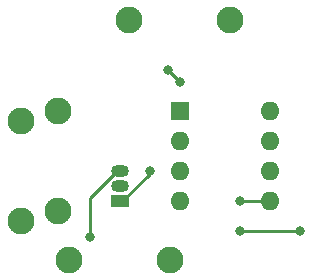
<source format=gbr>
%TF.GenerationSoftware,KiCad,Pcbnew,7.0.6-0*%
%TF.CreationDate,2023-07-26T14:31:40-04:00*%
%TF.ProjectId,Sleep_Apnea,536c6565-705f-4417-906e-65612e6b6963,rev?*%
%TF.SameCoordinates,Original*%
%TF.FileFunction,Copper,L2,Bot*%
%TF.FilePolarity,Positive*%
%FSLAX46Y46*%
G04 Gerber Fmt 4.6, Leading zero omitted, Abs format (unit mm)*
G04 Created by KiCad (PCBNEW 7.0.6-0) date 2023-07-26 14:31:40*
%MOMM*%
%LPD*%
G01*
G04 APERTURE LIST*
G04 Aperture macros list*
%AMFreePoly0*
4,1,35,0.312797,1.099367,0.509479,1.023172,0.688811,0.912134,0.844687,0.770034,0.971798,0.601712,1.065816,0.412899,1.123538,0.210026,1.143000,0.000000,1.123538,-0.210026,1.065816,-0.412899,0.971798,-0.601712,0.844687,-0.770034,0.688811,-0.912134,0.509479,-1.023172,0.312797,-1.099367,0.105463,-1.138124,-0.105463,-1.138124,-0.312797,-1.099367,-0.509479,-1.023172,-0.688811,-0.912134,
-0.844687,-0.770034,-0.971798,-0.601712,-1.065816,-0.412899,-1.123538,-0.210026,-1.143000,0.000000,-1.123538,0.210026,-1.065816,0.412899,-0.971798,0.601712,-0.844687,0.770034,-0.688811,0.912134,-0.509479,1.023172,-0.312797,1.099367,-0.105463,1.138124,0.105463,1.138124,0.312797,1.099367,0.312797,1.099367,$1*%
G04 Aperture macros list end*
%TA.AperFunction,ComponentPad*%
%ADD10FreePoly0,90.000000*%
%TD*%
%TA.AperFunction,ComponentPad*%
%ADD11FreePoly0,0.000000*%
%TD*%
%TA.AperFunction,ComponentPad*%
%ADD12R,1.600000X1.600000*%
%TD*%
%TA.AperFunction,ComponentPad*%
%ADD13O,1.600000X1.600000*%
%TD*%
%TA.AperFunction,ComponentPad*%
%ADD14R,1.500000X1.050000*%
%TD*%
%TA.AperFunction,ComponentPad*%
%ADD15O,1.500000X1.050000*%
%TD*%
%TA.AperFunction,ComponentPad*%
%ADD16FreePoly0,270.000000*%
%TD*%
%TA.AperFunction,ViaPad*%
%ADD17C,0.800000*%
%TD*%
%TA.AperFunction,Conductor*%
%ADD18C,0.250000*%
%TD*%
G04 APERTURE END LIST*
D10*
%TO.P,R4,1*%
%TO.N,Net-(U1-GND)*%
X123730000Y-110930000D03*
%TO.P,R4,2*%
%TO.N,Net-(R3-Pad2)*%
X123730000Y-102430000D03*
%TD*%
D11*
%TO.P,R1,1*%
%TO.N,Net-(Q1-E)*%
X127830000Y-114200000D03*
%TO.P,R1,2*%
%TO.N,Net-(U1-GND)*%
X136330000Y-114200000D03*
%TD*%
D12*
%TO.P,U1,1,~{RESET}/PB5*%
%TO.N,unconnected-(U1-~{RESET}{slash}PB5-Pad1)*%
X137160000Y-101600000D03*
D13*
%TO.P,U1,2,XTAL1/PB3*%
%TO.N,unconnected-(U1-XTAL1{slash}PB3-Pad2)*%
X137160000Y-104140000D03*
%TO.P,U1,3,XTAL2/PB4*%
%TO.N,unconnected-(U1-XTAL2{slash}PB4-Pad3)*%
X137160000Y-106680000D03*
%TO.P,U1,4,GND*%
%TO.N,Net-(U1-GND)*%
X137160000Y-109220000D03*
%TO.P,U1,5,AREF/PB0*%
%TO.N,Net-(Q1-B)*%
X144780000Y-109220000D03*
%TO.P,U1,6,PB1*%
%TO.N,Net-(U1-PB1)*%
X144780000Y-106680000D03*
%TO.P,U1,7,PB2*%
%TO.N,Net-(U1-PB2)*%
X144780000Y-104140000D03*
%TO.P,U1,8,VCC*%
%TO.N,Net-(U1-VCC)*%
X144780000Y-101600000D03*
%TD*%
D11*
%TO.P,R2,1*%
%TO.N,Net-(U4-VCC)*%
X132910000Y-93880000D03*
%TO.P,R2,2*%
%TO.N,Net-(U1-VCC)*%
X141410000Y-93880000D03*
%TD*%
D14*
%TO.P,Q1,1,C*%
%TO.N,Net-(Q1-C)*%
X132080000Y-109220000D03*
D15*
%TO.P,Q1,2,B*%
%TO.N,Net-(Q1-B)*%
X132080000Y-107950000D03*
%TO.P,Q1,3,E*%
%TO.N,Net-(Q1-E)*%
X132080000Y-106680000D03*
%TD*%
D16*
%TO.P,R3,1*%
%TO.N,Net-(U1-VCC)*%
X126900000Y-101600000D03*
%TO.P,R3,2*%
%TO.N,Net-(R3-Pad2)*%
X126900000Y-110100000D03*
%TD*%
D17*
%TO.N,Net-(Q1-C)*%
X134620000Y-106680000D03*
%TO.N,Net-(Q1-B)*%
X142240000Y-109220000D03*
%TO.N,Net-(Q1-E)*%
X129540000Y-112292500D03*
%TO.N,Net-(U1-GND)*%
X147320000Y-111760000D03*
X142240000Y-111760000D03*
%TO.N,Net-(U4-VCC)*%
X136182700Y-98082700D03*
X137207299Y-99107299D03*
%TD*%
D18*
%TO.N,Net-(Q1-C)*%
X134620000Y-106680000D02*
X134620000Y-106905000D01*
X134620000Y-106905000D02*
X132305000Y-109220000D01*
X132305000Y-109220000D02*
X132080000Y-109220000D01*
%TO.N,Net-(Q1-B)*%
X142240000Y-109220000D02*
X144780000Y-109220000D01*
%TO.N,Net-(Q1-E)*%
X129540000Y-112292500D02*
X129540000Y-108995000D01*
X131855000Y-106680000D02*
X132080000Y-106680000D01*
X129540000Y-108995000D02*
X131855000Y-106680000D01*
%TO.N,Net-(U1-GND)*%
X142240000Y-111760000D02*
X147320000Y-111760000D01*
%TO.N,Net-(U4-VCC)*%
X136182700Y-98082700D02*
X137207299Y-99107299D01*
%TD*%
M02*

</source>
